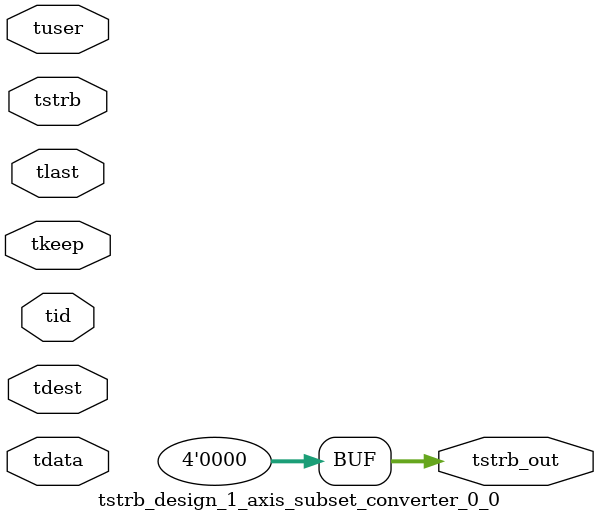
<source format=v>


`timescale 1ps/1ps

module tstrb_design_1_axis_subset_converter_0_0 #
(
parameter C_S_AXIS_TDATA_WIDTH = 32,
parameter C_S_AXIS_TUSER_WIDTH = 0,
parameter C_S_AXIS_TID_WIDTH   = 0,
parameter C_S_AXIS_TDEST_WIDTH = 0,
parameter C_M_AXIS_TDATA_WIDTH = 32
)
(
input  [(C_S_AXIS_TDATA_WIDTH == 0 ? 1 : C_S_AXIS_TDATA_WIDTH)-1:0     ] tdata,
input  [(C_S_AXIS_TUSER_WIDTH == 0 ? 1 : C_S_AXIS_TUSER_WIDTH)-1:0     ] tuser,
input  [(C_S_AXIS_TID_WIDTH   == 0 ? 1 : C_S_AXIS_TID_WIDTH)-1:0       ] tid,
input  [(C_S_AXIS_TDEST_WIDTH == 0 ? 1 : C_S_AXIS_TDEST_WIDTH)-1:0     ] tdest,
input  [(C_S_AXIS_TDATA_WIDTH/8)-1:0 ] tkeep,
input  [(C_S_AXIS_TDATA_WIDTH/8)-1:0 ] tstrb,
input                                                                    tlast,
output [(C_M_AXIS_TDATA_WIDTH/8)-1:0 ] tstrb_out
);

assign tstrb_out = {1'b0};

endmodule


</source>
